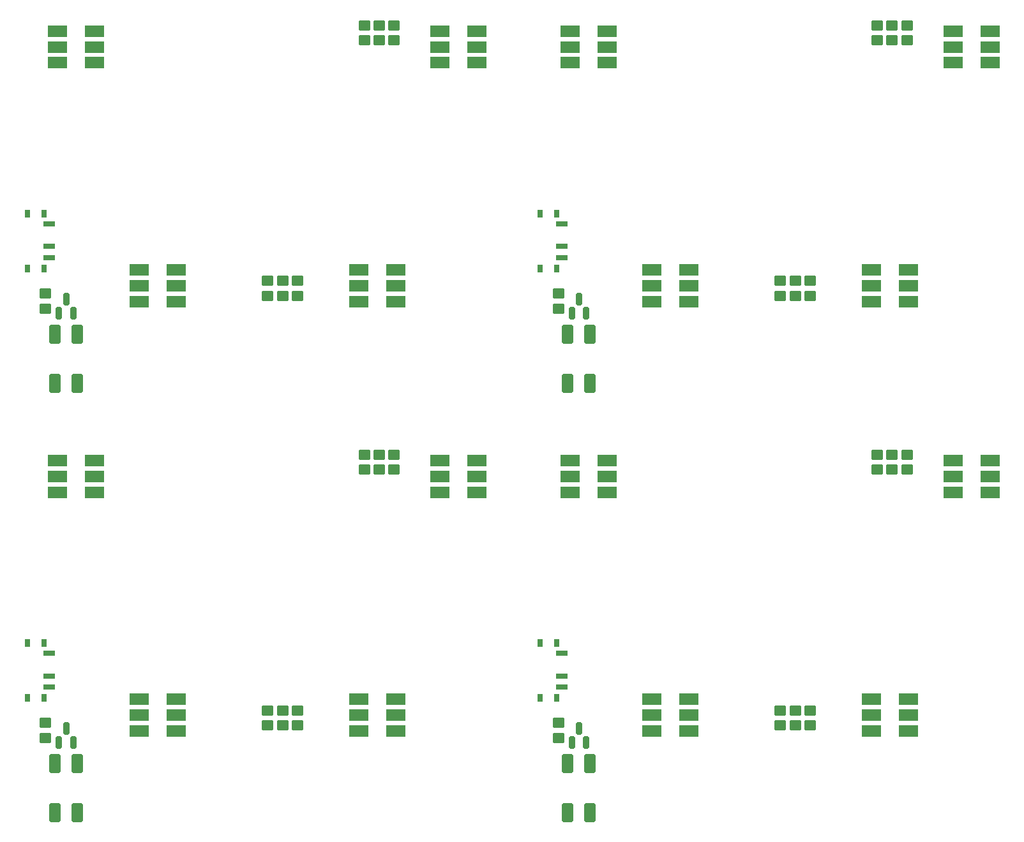
<source format=gtp>
G04 #@! TF.GenerationSoftware,KiCad,Pcbnew,8.0.3-8.0.3-0~ubuntu24.04.1*
G04 #@! TF.CreationDate,2024-07-21T14:04:27+02:00*
G04 #@! TF.ProjectId,panel,70616e65-6c2e-46b6-9963-61645f706362,rev?*
G04 #@! TF.SameCoordinates,Original*
G04 #@! TF.FileFunction,Paste,Top*
G04 #@! TF.FilePolarity,Positive*
%FSLAX46Y46*%
G04 Gerber Fmt 4.6, Leading zero omitted, Abs format (unit mm)*
G04 Created by KiCad (PCBNEW 8.0.3-8.0.3-0~ubuntu24.04.1) date 2024-07-21 14:04:27*
%MOMM*%
%LPD*%
G01*
G04 APERTURE LIST*
G04 Aperture macros list*
%AMRoundRect*
0 Rectangle with rounded corners*
0 $1 Rounding radius*
0 $2 $3 $4 $5 $6 $7 $8 $9 X,Y pos of 4 corners*
0 Add a 4 corners polygon primitive as box body*
4,1,4,$2,$3,$4,$5,$6,$7,$8,$9,$2,$3,0*
0 Add four circle primitives for the rounded corners*
1,1,$1+$1,$2,$3*
1,1,$1+$1,$4,$5*
1,1,$1+$1,$6,$7*
1,1,$1+$1,$8,$9*
0 Add four rect primitives between the rounded corners*
20,1,$1+$1,$2,$3,$4,$5,0*
20,1,$1+$1,$4,$5,$6,$7,0*
20,1,$1+$1,$6,$7,$8,$9,0*
20,1,$1+$1,$8,$9,$2,$3,0*%
G04 Aperture macros list end*
%ADD10R,2.600000X1.600000*%
%ADD11RoundRect,0.287500X0.512500X-0.402500X0.512500X0.402500X-0.512500X0.402500X-0.512500X-0.402500X0*%
%ADD12RoundRect,0.250000X-0.500000X1.000000X-0.500000X-1.000000X0.500000X-1.000000X0.500000X1.000000X0*%
%ADD13RoundRect,0.291666X-0.508334X0.408334X-0.508334X-0.408334X0.508334X-0.408334X0.508334X0.408334X0*%
%ADD14RoundRect,0.200000X0.200000X-0.637500X0.200000X0.637500X-0.200000X0.637500X-0.200000X-0.637500X0*%
%ADD15RoundRect,0.291666X0.508334X-0.408334X0.508334X0.408334X-0.508334X0.408334X-0.508334X-0.408334X0*%
%ADD16R,0.800000X1.000000*%
%ADD17R,1.500000X0.700000*%
G04 APERTURE END LIST*
D10*
G04 #@! TO.C,D4*
X50025000Y-96575000D03*
X50025000Y-94475000D03*
X50025000Y-92375000D03*
X45125000Y-92375000D03*
X45125000Y-94475000D03*
X45125000Y-96575000D03*
G04 #@! TD*
D11*
G04 #@! TO.C,R3*
X45875000Y-4887500D03*
X45875000Y-2887500D03*
G04 #@! TD*
D10*
G04 #@! TO.C,D1*
X78075000Y-7875000D03*
X78075000Y-5775000D03*
X78075000Y-3675000D03*
X73175000Y-3675000D03*
X73175000Y-5775000D03*
X73175000Y-7875000D03*
G04 #@! TD*
D12*
G04 #@! TO.C,L1*
X75787500Y-100886433D03*
X72787500Y-100886433D03*
X72787500Y-107386433D03*
X75787500Y-107386433D03*
G04 #@! TD*
D10*
G04 #@! TO.C,D2*
X20925000Y-39575000D03*
X20925000Y-37475000D03*
X20925000Y-35375000D03*
X16025000Y-35375000D03*
X16025000Y-37475000D03*
X16025000Y-39575000D03*
G04 #@! TD*
D13*
G04 #@! TO.C,R1*
X71600000Y-95487500D03*
X71600000Y-97487500D03*
G04 #@! TD*
D12*
G04 #@! TO.C,L1*
X75787500Y-43886433D03*
X72787500Y-43886433D03*
X72787500Y-50386433D03*
X75787500Y-50386433D03*
G04 #@! TD*
D10*
G04 #@! TO.C,D4*
X118025000Y-96575000D03*
X118025000Y-94475000D03*
X118025000Y-92375000D03*
X113125000Y-92375000D03*
X113125000Y-94475000D03*
X113125000Y-96575000D03*
G04 #@! TD*
G04 #@! TO.C,D4*
X118025000Y-39575000D03*
X118025000Y-37475000D03*
X118025000Y-35375000D03*
X113125000Y-35375000D03*
X113125000Y-37475000D03*
X113125000Y-39575000D03*
G04 #@! TD*
G04 #@! TO.C,D2*
X20925000Y-96575000D03*
X20925000Y-94475000D03*
X20925000Y-92375000D03*
X16025000Y-92375000D03*
X16025000Y-94475000D03*
X16025000Y-96575000D03*
G04 #@! TD*
G04 #@! TO.C,D3*
X128825000Y-64875000D03*
X128825000Y-62775000D03*
X128825000Y-60675000D03*
X123925000Y-60675000D03*
X123925000Y-62775000D03*
X123925000Y-64875000D03*
G04 #@! TD*
G04 #@! TO.C,D2*
X88925000Y-96575000D03*
X88925000Y-94475000D03*
X88925000Y-92375000D03*
X84025000Y-92375000D03*
X84025000Y-94475000D03*
X84025000Y-96575000D03*
G04 #@! TD*
D14*
G04 #@! TO.C,Q1*
X5375000Y-41100000D03*
X7275000Y-41100000D03*
X6325000Y-39225000D03*
G04 #@! TD*
D12*
G04 #@! TO.C,L1*
X7787500Y-100886433D03*
X4787500Y-100886433D03*
X4787500Y-107386433D03*
X7787500Y-107386433D03*
G04 #@! TD*
D15*
G04 #@! TO.C,R4*
X47850000Y-4887500D03*
X47850000Y-2887500D03*
G04 #@! TD*
G04 #@! TO.C,R2*
X117825000Y-61887500D03*
X117825000Y-59887500D03*
G04 #@! TD*
G04 #@! TO.C,R2*
X49825000Y-61887500D03*
X49825000Y-59887500D03*
G04 #@! TD*
D10*
G04 #@! TO.C,D3*
X60825000Y-7875000D03*
X60825000Y-5775000D03*
X60825000Y-3675000D03*
X55925000Y-3675000D03*
X55925000Y-5775000D03*
X55925000Y-7875000D03*
G04 #@! TD*
D11*
G04 #@! TO.C,R6*
X101043750Y-38818750D03*
X101043750Y-36818750D03*
G04 #@! TD*
D10*
G04 #@! TO.C,D1*
X78075000Y-64875000D03*
X78075000Y-62775000D03*
X78075000Y-60675000D03*
X73175000Y-60675000D03*
X73175000Y-62775000D03*
X73175000Y-64875000D03*
G04 #@! TD*
D11*
G04 #@! TO.C,R6*
X33043750Y-95818750D03*
X33043750Y-93818750D03*
G04 #@! TD*
D14*
G04 #@! TO.C,Q1*
X73375000Y-41100000D03*
X75275000Y-41100000D03*
X74325000Y-39225000D03*
G04 #@! TD*
D15*
G04 #@! TO.C,R7*
X103018750Y-95818750D03*
X103018750Y-93818750D03*
G04 #@! TD*
D11*
G04 #@! TO.C,R3*
X113875000Y-61887500D03*
X113875000Y-59887500D03*
G04 #@! TD*
G04 #@! TO.C,R6*
X33043750Y-38818750D03*
X33043750Y-36818750D03*
G04 #@! TD*
D15*
G04 #@! TO.C,R7*
X35018750Y-95818750D03*
X35018750Y-93818750D03*
G04 #@! TD*
D16*
G04 #@! TO.C,SW1*
X3392500Y-27861433D03*
X1182500Y-27861433D03*
X3392500Y-35161433D03*
X1182500Y-35161433D03*
D17*
X4042500Y-29261433D03*
X4042500Y-32261433D03*
X4042500Y-33761433D03*
G04 #@! TD*
D11*
G04 #@! TO.C,R3*
X45875000Y-61887500D03*
X45875000Y-59887500D03*
G04 #@! TD*
D14*
G04 #@! TO.C,Q1*
X5375000Y-98100000D03*
X7275000Y-98100000D03*
X6325000Y-96225000D03*
G04 #@! TD*
D15*
G04 #@! TO.C,R5*
X104993750Y-95818750D03*
X104993750Y-93818750D03*
G04 #@! TD*
G04 #@! TO.C,R5*
X36993750Y-95818750D03*
X36993750Y-93818750D03*
G04 #@! TD*
G04 #@! TO.C,R2*
X117825000Y-4887500D03*
X117825000Y-2887500D03*
G04 #@! TD*
D11*
G04 #@! TO.C,R3*
X113875000Y-4887500D03*
X113875000Y-2887500D03*
G04 #@! TD*
D15*
G04 #@! TO.C,R5*
X36993750Y-38818750D03*
X36993750Y-36818750D03*
G04 #@! TD*
G04 #@! TO.C,R7*
X103018750Y-38818750D03*
X103018750Y-36818750D03*
G04 #@! TD*
D16*
G04 #@! TO.C,SW1*
X71392500Y-27861433D03*
X69182500Y-27861433D03*
X71392500Y-35161433D03*
X69182500Y-35161433D03*
D17*
X72042500Y-29261433D03*
X72042500Y-32261433D03*
X72042500Y-33761433D03*
G04 #@! TD*
D15*
G04 #@! TO.C,R4*
X47850000Y-61887500D03*
X47850000Y-59887500D03*
G04 #@! TD*
G04 #@! TO.C,R7*
X35018750Y-38818750D03*
X35018750Y-36818750D03*
G04 #@! TD*
D10*
G04 #@! TO.C,D3*
X60825000Y-64875000D03*
X60825000Y-62775000D03*
X60825000Y-60675000D03*
X55925000Y-60675000D03*
X55925000Y-62775000D03*
X55925000Y-64875000D03*
G04 #@! TD*
D15*
G04 #@! TO.C,R5*
X104993750Y-38818750D03*
X104993750Y-36818750D03*
G04 #@! TD*
D10*
G04 #@! TO.C,D1*
X10075000Y-7875000D03*
X10075000Y-5775000D03*
X10075000Y-3675000D03*
X5175000Y-3675000D03*
X5175000Y-5775000D03*
X5175000Y-7875000D03*
G04 #@! TD*
D13*
G04 #@! TO.C,R1*
X3600000Y-95487500D03*
X3600000Y-97487500D03*
G04 #@! TD*
D14*
G04 #@! TO.C,Q1*
X73375000Y-98100000D03*
X75275000Y-98100000D03*
X74325000Y-96225000D03*
G04 #@! TD*
D15*
G04 #@! TO.C,R4*
X115850000Y-4887500D03*
X115850000Y-2887500D03*
G04 #@! TD*
D16*
G04 #@! TO.C,SW1*
X3392500Y-84861433D03*
X1182500Y-84861433D03*
X3392500Y-92161433D03*
X1182500Y-92161433D03*
D17*
X4042500Y-86261433D03*
X4042500Y-89261433D03*
X4042500Y-90761433D03*
G04 #@! TD*
D13*
G04 #@! TO.C,R1*
X71600000Y-38487500D03*
X71600000Y-40487500D03*
G04 #@! TD*
D11*
G04 #@! TO.C,R6*
X101043750Y-95818750D03*
X101043750Y-93818750D03*
G04 #@! TD*
D16*
G04 #@! TO.C,SW1*
X71392500Y-84861433D03*
X69182500Y-84861433D03*
X71392500Y-92161433D03*
X69182500Y-92161433D03*
D17*
X72042500Y-86261433D03*
X72042500Y-89261433D03*
X72042500Y-90761433D03*
G04 #@! TD*
D10*
G04 #@! TO.C,D2*
X88925000Y-39575000D03*
X88925000Y-37475000D03*
X88925000Y-35375000D03*
X84025000Y-35375000D03*
X84025000Y-37475000D03*
X84025000Y-39575000D03*
G04 #@! TD*
G04 #@! TO.C,D4*
X50025000Y-39575000D03*
X50025000Y-37475000D03*
X50025000Y-35375000D03*
X45125000Y-35375000D03*
X45125000Y-37475000D03*
X45125000Y-39575000D03*
G04 #@! TD*
D15*
G04 #@! TO.C,R2*
X49825000Y-4887500D03*
X49825000Y-2887500D03*
G04 #@! TD*
D10*
G04 #@! TO.C,D3*
X128825000Y-7875000D03*
X128825000Y-5775000D03*
X128825000Y-3675000D03*
X123925000Y-3675000D03*
X123925000Y-5775000D03*
X123925000Y-7875000D03*
G04 #@! TD*
D15*
G04 #@! TO.C,R4*
X115850000Y-61887500D03*
X115850000Y-59887500D03*
G04 #@! TD*
D10*
G04 #@! TO.C,D1*
X10075000Y-64875000D03*
X10075000Y-62775000D03*
X10075000Y-60675000D03*
X5175000Y-60675000D03*
X5175000Y-62775000D03*
X5175000Y-64875000D03*
G04 #@! TD*
D13*
G04 #@! TO.C,R1*
X3600000Y-38487500D03*
X3600000Y-40487500D03*
G04 #@! TD*
D12*
G04 #@! TO.C,L1*
X7787500Y-43886433D03*
X4787500Y-43886433D03*
X4787500Y-50386433D03*
X7787500Y-50386433D03*
G04 #@! TD*
M02*

</source>
